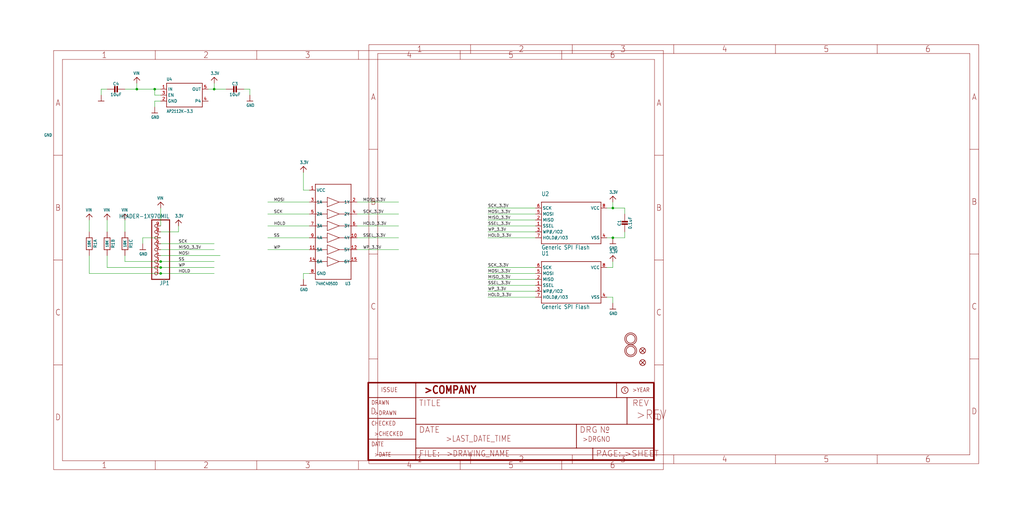
<source format=kicad_sch>
(kicad_sch (version 20211123) (generator eeschema)
  (paper "User" 437.134 220.421)
  (lib_symbols
    (symbol "schematicEagle-eagle-import:3.3V" (power)
      (property "Value" "3.3V" (at -1.524 1.016 0))
      (symbol "3.3V_1_0"
        (polyline (pts (xy -1.27 -1.27) (xy 0 0)) (stroke (width 0.254)))
        (polyline (pts (xy 0 0) (xy 1.27 -1.27)) (stroke (width 0.254)))
        (pin power_in line (at 0 -2.54 90) (length 2.54) (name "3.3V") (number "1"))
      )
    )
    (symbol "schematicEagle-eagle-import:74HC4050DTSSOP"
      (property "Reference" "U" (at -7.62 22.86 0))
      (property "Value" "74HC4050DTSSOP" (at -7.62 -22.86 0))
      (symbol "74HC4050DTSSOP_1_0"
        (polyline (pts (xy -7.62 -20.32) (xy -7.62 20.32)) (stroke (width 0.254)))
        (polyline (pts (xy -7.62 -12.7) (xy -2.54 -12.7)) (stroke (width 0.2032)))
        (polyline (pts (xy -7.62 -7.62) (xy -2.54 -7.62)) (stroke (width 0.2032)))
        (polyline (pts (xy -7.62 -2.54) (xy -2.54 -2.54)) (stroke (width 0.2032)))
        (polyline (pts (xy -7.62 2.54) (xy -2.54 2.54)) (stroke (width 0.2032)))
        (polyline (pts (xy -7.62 7.62) (xy -2.54 7.62)) (stroke (width 0.2032)))
        (polyline (pts (xy -7.62 12.7) (xy -2.54 12.7)) (stroke (width 0.2032)))
        (polyline (pts (xy -7.62 20.32) (xy 7.62 20.32)) (stroke (width 0.254)))
        (polyline (pts (xy -2.54 -14.732) (xy -2.54 -12.7)) (stroke (width 0.2032)))
        (polyline (pts (xy -2.54 -14.732) (xy 2.54 -12.7)) (stroke (width 0.2032)))
        (polyline (pts (xy -2.54 -12.7) (xy -2.54 -10.668)) (stroke (width 0.2032)))
        (polyline (pts (xy -2.54 -9.652) (xy -2.54 -7.62)) (stroke (width 0.2032)))
        (polyline (pts (xy -2.54 -9.652) (xy 2.54 -7.62)) (stroke (width 0.2032)))
        (polyline (pts (xy -2.54 -7.62) (xy -2.54 -5.588)) (stroke (width 0.2032)))
        (polyline (pts (xy -2.54 -4.572) (xy -2.54 -2.54)) (stroke (width 0.2032)))
        (polyline (pts (xy -2.54 -4.572) (xy 2.54 -2.54)) (stroke (width 0.2032)))
        (polyline (pts (xy -2.54 -2.54) (xy -2.54 -0.508)) (stroke (width 0.2032)))
        (polyline (pts (xy -2.54 0.508) (xy -2.54 2.54)) (stroke (width 0.2032)))
        (polyline (pts (xy -2.54 0.508) (xy 2.54 2.54)) (stroke (width 0.2032)))
        (polyline (pts (xy -2.54 2.54) (xy -2.54 4.572)) (stroke (width 0.2032)))
        (polyline (pts (xy -2.54 5.588) (xy -2.54 7.62)) (stroke (width 0.2032)))
        (polyline (pts (xy -2.54 5.588) (xy 2.54 7.62)) (stroke (width 0.2032)))
        (polyline (pts (xy -2.54 7.62) (xy -2.54 9.652)) (stroke (width 0.2032)))
        (polyline (pts (xy -2.54 10.668) (xy -2.54 12.7)) (stroke (width 0.2032)))
        (polyline (pts (xy -2.54 10.668) (xy 2.54 12.7)) (stroke (width 0.2032)))
        (polyline (pts (xy -2.54 12.7) (xy -2.54 14.732)) (stroke (width 0.2032)))
        (polyline (pts (xy 2.54 -12.7) (xy -2.54 -10.668)) (stroke (width 0.2032)))
        (polyline (pts (xy 2.54 -12.7) (xy 7.62 -12.7)) (stroke (width 0.2032)))
        (polyline (pts (xy 2.54 -7.62) (xy -2.54 -5.588)) (stroke (width 0.2032)))
        (polyline (pts (xy 2.54 -7.62) (xy 7.62 -7.62)) (stroke (width 0.2032)))
        (polyline (pts (xy 2.54 -2.54) (xy -2.54 -0.508)) (stroke (width 0.2032)))
        (polyline (pts (xy 2.54 -2.54) (xy 7.62 -2.54)) (stroke (width 0.2032)))
        (polyline (pts (xy 2.54 2.54) (xy -2.54 4.572)) (stroke (width 0.2032)))
        (polyline (pts (xy 2.54 2.54) (xy 7.62 2.54)) (stroke (width 0.2032)))
        (polyline (pts (xy 2.54 7.62) (xy -2.54 9.652)) (stroke (width 0.2032)))
        (polyline (pts (xy 2.54 7.62) (xy 7.62 7.62)) (stroke (width 0.2032)))
        (polyline (pts (xy 2.54 12.7) (xy -2.54 14.732)) (stroke (width 0.2032)))
        (polyline (pts (xy 2.54 12.7) (xy 7.62 12.7)) (stroke (width 0.2032)))
        (polyline (pts (xy 7.62 -20.32) (xy -7.62 -20.32)) (stroke (width 0.254)))
        (polyline (pts (xy 7.62 12.7) (xy 7.62 -20.32)) (stroke (width 0.254)))
        (polyline (pts (xy 7.62 20.32) (xy 7.62 12.7)) (stroke (width 0.254)))
        (pin bidirectional line (at -10.16 17.78 0) (length 2.54) (name "VCC") (number "1"))
        (pin bidirectional line (at 10.16 -2.54 180) (length 2.54) (name "4Y") (number "10"))
        (pin bidirectional line (at -10.16 -7.62 0) (length 2.54) (name "5A") (number "11"))
        (pin bidirectional line (at 10.16 -7.62 180) (length 2.54) (name "5Y") (number "12"))
        (pin bidirectional line (at -10.16 -12.7 0) (length 2.54) (name "6A") (number "14"))
        (pin bidirectional line (at 10.16 -12.7 180) (length 2.54) (name "6Y") (number "15"))
        (pin bidirectional line (at 10.16 12.7 180) (length 2.54) (name "1Y") (number "2"))
        (pin bidirectional line (at -10.16 12.7 0) (length 2.54) (name "1A") (number "3"))
        (pin bidirectional line (at 10.16 7.62 180) (length 2.54) (name "2Y") (number "4"))
        (pin bidirectional line (at -10.16 7.62 0) (length 2.54) (name "2A") (number "5"))
        (pin bidirectional line (at 10.16 2.54 180) (length 2.54) (name "3Y") (number "6"))
        (pin bidirectional line (at -10.16 2.54 0) (length 2.54) (name "3A") (number "7"))
        (pin bidirectional line (at -10.16 -17.78 0) (length 2.54) (name "GND") (number "8"))
        (pin bidirectional line (at -10.16 -2.54 0) (length 2.54) (name "4A") (number "9"))
      )
    )
    (symbol "schematicEagle-eagle-import:CAP_CERAMIC0603_NO"
      (property "Reference" "C" (at -2.29 1.25 90))
      (property "Value" "CAP_CERAMIC0603_NO" (at 2.3 1.25 90))
      (symbol "CAP_CERAMIC0603_NO_1_0"
        (rectangle (start -1.27 0.508) (end 1.27 1.016) (fill (type outline)))
        (rectangle (start -1.27 1.524) (end 1.27 2.032) (fill (type outline)))
        (polyline (pts (xy 0 0.762) (xy 0 0)) (stroke (width 0.1524)))
        (polyline (pts (xy 0 2.54) (xy 0 1.778)) (stroke (width 0.1524)))
        (pin passive line (at 0 5.08 270) (length 2.54) (name "1") (number "1"))
        (pin passive line (at 0 -2.54 90) (length 2.54) (name "2") (number "2"))
      )
    )
    (symbol "schematicEagle-eagle-import:CAP_CERAMIC0805-NOOUTLINE"
      (property "Reference" "C" (at -2.29 1.25 90))
      (property "Value" "CAP_CERAMIC0805-NOOUTLINE" (at 2.3 1.25 90))
      (symbol "CAP_CERAMIC0805-NOOUTLINE_1_0"
        (rectangle (start -1.27 0.508) (end 1.27 1.016) (fill (type outline)))
        (rectangle (start -1.27 1.524) (end 1.27 2.032) (fill (type outline)))
        (polyline (pts (xy 0 0.762) (xy 0 0)) (stroke (width 0.1524)))
        (polyline (pts (xy 0 2.54) (xy 0 1.778)) (stroke (width 0.1524)))
        (pin passive line (at 0 5.08 270) (length 2.54) (name "1") (number "1"))
        (pin passive line (at 0 -2.54 90) (length 2.54) (name "2") (number "2"))
      )
    )
    (symbol "schematicEagle-eagle-import:FIDUCIAL_1MM"
      (symbol "FIDUCIAL_1MM_1_0"
        (polyline (pts (xy -0.762 0.762) (xy 0.762 -0.762)) (stroke (width 0.254)))
        (polyline (pts (xy 0.762 0.762) (xy -0.762 -0.762)) (stroke (width 0.254)))
        (circle (center 0 0) (radius 1.27) (stroke (width 0.254)))
      )
    )
    (symbol "schematicEagle-eagle-import:FRAME_A4"
      (symbol "FRAME_A4_0_0"
        (polyline (pts (xy 0 44.7675) (xy 3.81 44.7675)))
        (polyline (pts (xy 0 89.535) (xy 3.81 89.535)))
        (polyline (pts (xy 0 134.3025) (xy 3.81 134.3025)))
        (polyline (pts (xy 3.81 3.81) (xy 3.81 175.26)))
        (polyline (pts (xy 43.3917 0) (xy 43.3917 3.81)))
        (polyline (pts (xy 43.3917 175.26) (xy 43.3917 179.07)))
        (polyline (pts (xy 86.7833 0) (xy 86.7833 3.81)))
        (polyline (pts (xy 86.7833 175.26) (xy 86.7833 179.07)))
        (polyline (pts (xy 130.175 0) (xy 130.175 3.81)))
        (polyline (pts (xy 130.175 175.26) (xy 130.175 179.07)))
        (polyline (pts (xy 173.5667 0) (xy 173.5667 3.81)))
        (polyline (pts (xy 173.5667 175.26) (xy 173.5667 179.07)))
        (polyline (pts (xy 216.9583 0) (xy 216.9583 3.81)))
        (polyline (pts (xy 216.9583 175.26) (xy 216.9583 179.07)))
        (polyline (pts (xy 256.54 3.81) (xy 3.81 3.81)))
        (polyline (pts (xy 256.54 3.81) (xy 256.54 175.26)))
        (polyline (pts (xy 256.54 44.7675) (xy 260.35 44.7675)))
        (polyline (pts (xy 256.54 89.535) (xy 260.35 89.535)))
        (polyline (pts (xy 256.54 134.3025) (xy 260.35 134.3025)))
        (polyline (pts (xy 256.54 175.26) (xy 3.81 175.26)))
        (polyline (pts (xy 0 0) (xy 260.35 0) (xy 260.35 179.07) (xy 0 179.07) (xy 0 0)))
        (text "1" (at 21.6958 1.905 0) (effects (font (size 2.54 2.286))))
        (text "1" (at 21.6958 177.165 0) (effects (font (size 2.54 2.286))))
        (text "2" (at 65.0875 1.905 0) (effects (font (size 2.54 2.286))))
        (text "2" (at 65.0875 177.165 0) (effects (font (size 2.54 2.286))))
        (text "3" (at 108.4792 1.905 0) (effects (font (size 2.54 2.286))))
        (text "3" (at 108.4792 177.165 0) (effects (font (size 2.54 2.286))))
        (text "4" (at 151.8708 1.905 0) (effects (font (size 2.54 2.286))))
        (text "4" (at 151.8708 177.165 0) (effects (font (size 2.54 2.286))))
        (text "5" (at 195.2625 1.905 0) (effects (font (size 2.54 2.286))))
        (text "5" (at 195.2625 177.165 0) (effects (font (size 2.54 2.286))))
        (text "6" (at 238.6542 1.905 0) (effects (font (size 2.54 2.286))))
        (text "6" (at 238.6542 177.165 0) (effects (font (size 2.54 2.286))))
        (text "A" (at 1.905 156.6863 0) (effects (font (size 2.54 2.286))))
        (text "A" (at 258.445 156.6863 0) (effects (font (size 2.54 2.286))))
        (text "B" (at 1.905 111.9188 0) (effects (font (size 2.54 2.286))))
        (text "B" (at 258.445 111.9188 0) (effects (font (size 2.54 2.286))))
        (text "C" (at 1.905 67.1513 0) (effects (font (size 2.54 2.286))))
        (text "C" (at 258.445 67.1513 0) (effects (font (size 2.54 2.286))))
        (text "D" (at 1.905 22.3838 0) (effects (font (size 2.54 2.286))))
        (text "D" (at 258.445 22.3838 0) (effects (font (size 2.54 2.286))))
      )
      (symbol "FRAME_A4_1_0"
        (polyline (pts (xy 256.54 3.81) (xy 256.54 8.89)) (stroke (width 0.1016)))
        (polyline (pts (xy 256.54 8.89) (xy 256.54 13.97)) (stroke (width 0.1016)))
        (polyline (pts (xy 256.54 13.97) (xy 256.54 19.05)) (stroke (width 0.1016)))
        (polyline (pts (xy 256.54 19.05) (xy 256.54 36.83)) (stroke (width 0.1016)))
      )
      (symbol "FRAME_A4_2_0"
        (polyline (pts (xy -0.3048 1.5748) (xy 20.0152 1.5748)) (stroke (width 0.6096)))
        (polyline (pts (xy -0.3048 10.4648) (xy -0.3048 1.5748)) (stroke (width 0.6096)))
        (polyline (pts (xy -0.3048 10.4648) (xy 20.0152 10.4648)) (stroke (width 0.3048)))
        (polyline (pts (xy -0.3048 19.3548) (xy -0.3048 10.4648)) (stroke (width 0.6096)))
        (polyline (pts (xy -0.3048 19.3548) (xy 20.0152 19.3548)) (stroke (width 0.3048)))
        (polyline (pts (xy -0.3048 28.2448) (xy -0.3048 19.3548)) (stroke (width 0.6096)))
        (polyline (pts (xy -0.3048 28.2448) (xy 20.0152 28.2448)) (stroke (width 0.3048)))
        (polyline (pts (xy -0.3048 34.5948) (xy -0.3048 28.2448)) (stroke (width 0.6096)))
        (polyline (pts (xy 20.0152 1.5748) (xy 20.0152 6.6548)) (stroke (width 0.3048)))
        (polyline (pts (xy 20.0152 1.5748) (xy 95.5802 1.5748)) (stroke (width 0.6096)))
        (polyline (pts (xy 20.0152 6.6548) (xy 20.0152 10.4648)) (stroke (width 0.3048)))
        (polyline (pts (xy 20.0152 6.6548) (xy 88.5952 6.6548)) (stroke (width 0.3048)))
        (polyline (pts (xy 20.0152 10.4648) (xy 20.0152 16.8148)) (stroke (width 0.3048)))
        (polyline (pts (xy 20.0152 16.8148) (xy 20.0152 19.3548)) (stroke (width 0.3048)))
        (polyline (pts (xy 20.0152 19.3548) (xy 20.0152 28.2448)) (stroke (width 0.3048)))
        (polyline (pts (xy 20.0152 28.2448) (xy 20.0152 34.5948)) (stroke (width 0.3048)))
        (polyline (pts (xy 20.0152 28.2448) (xy 105.7402 28.2448)) (stroke (width 0.3048)))
        (polyline (pts (xy 20.0152 34.5948) (xy -0.3048 34.5948)) (stroke (width 0.6096)))
        (polyline (pts (xy 88.5952 6.6548) (xy 95.5802 6.6548)) (stroke (width 0.3048)))
        (polyline (pts (xy 88.5952 16.8148) (xy 20.0152 16.8148)) (stroke (width 0.3048)))
        (polyline (pts (xy 88.5952 16.8148) (xy 88.5952 6.6548)) (stroke (width 0.3048)))
        (polyline (pts (xy 95.5802 1.5748) (xy 121.6152 1.5748)) (stroke (width 0.6096)))
        (polyline (pts (xy 95.5802 6.6548) (xy 95.5802 1.5748)) (stroke (width 0.3048)))
        (polyline (pts (xy 95.5802 6.6548) (xy 121.6152 6.6548)) (stroke (width 0.3048)))
        (polyline (pts (xy 101.2952 13.3223) (xy 102.2477 13.3223)) (stroke (width 0.254)))
        (polyline (pts (xy 105.7402 28.2448) (xy 105.7402 34.5948)) (stroke (width 0.3048)))
        (polyline (pts (xy 105.7402 28.2448) (xy 110.1852 28.2448)) (stroke (width 0.3048)))
        (polyline (pts (xy 105.7402 34.5948) (xy 20.0152 34.5948)) (stroke (width 0.6096)))
        (polyline (pts (xy 110.1852 16.8148) (xy 88.5952 16.8148)) (stroke (width 0.3048)))
        (polyline (pts (xy 110.1852 28.2448) (xy 110.1852 16.8148)) (stroke (width 0.3048)))
        (polyline (pts (xy 110.1852 28.2448) (xy 121.6152 28.2448)) (stroke (width 0.3048)))
        (polyline (pts (xy 121.6152 6.6548) (xy 121.6152 1.5748)) (stroke (width 0.6096)))
        (polyline (pts (xy 121.6152 16.8148) (xy 110.1852 16.8148)) (stroke (width 0.3048)))
        (polyline (pts (xy 121.6152 16.8148) (xy 121.6152 6.6548)) (stroke (width 0.6096)))
        (polyline (pts (xy 121.6152 28.2448) (xy 121.6152 16.8148)) (stroke (width 0.6096)))
        (polyline (pts (xy 121.6152 34.5948) (xy 105.7402 34.5948)) (stroke (width 0.6096)))
        (polyline (pts (xy 121.6152 34.5948) (xy 121.6152 28.2448)) (stroke (width 0.6096)))
        (circle (center 109.2327 31.4198) (radius 1.4199) (stroke (width 0.254)))
        (text ">CHECKED" (at 2.2352 11.7348 0) (effects (font (size 1.778 1.5113)) (justify left bottom)))
        (text ">COMPANY" (at 23.349 29.6735 0) (effects (font (size 3.175 2.6987) (thickness 0.5397) bold) (justify left bottom)))
        (text ">DATE" (at 2.2352 2.8448 0) (effects (font (size 1.778 1.5113)) (justify left bottom)))
        (text ">DRAWING_NAME" (at 33.0327 2.8448 0) (effects (font (size 2.54 2.159)) (justify left bottom)))
        (text ">DRAWN" (at 2.2352 20.6248 0) (effects (font (size 1.778 1.5113)) (justify left bottom)))
        (text ">DRGNO" (at 91.1352 9.1948 0) (effects (font (size 2.1844 1.8567)) (justify left bottom)))
        (text ">LAST_DATE_TIME" (at 32.7152 9.1948 0) (effects (font (size 2.54 2.159)) (justify left bottom)))
        (text ">REV" (at 113.9952 18.7198 0) (effects (font (size 3.81 3.2385)) (justify left bottom)))
        (text ">SHEET" (at 108.9152 2.8448 0) (effects (font (size 2.54 2.54)) (justify left bottom)))
        (text ">YEAR" (at 112.4077 30.4673 0) (effects (font (size 1.778 1.5113)) (justify left bottom)))
        (text "C" (at 108.7564 30.7848 0) (effects (font (size 1.27 1.0795)) (justify left bottom)))
        (text "CHECKED" (at 0.9652 16.1798 0) (effects (font (size 1.778 1.5113)) (justify left bottom)))
        (text "DATE" (at 0.9652 7.2898 0) (effects (font (size 1.778 1.5113)) (justify left bottom)))
        (text "DATE" (at 21.2852 13.0048 0) (effects (font (size 2.54 2.54)) (justify left bottom)))
        (text "DRAWN" (at 0.9652 25.0698 0) (effects (font (size 1.778 1.5113)) (justify left bottom)))
        (text "DRG" (at 89.8652 13.0048 0) (effects (font (size 2.54 2.54)) (justify left bottom)))
        (text "FILE:" (at 21.2852 2.8448 0) (effects (font (size 2.54 2.54)) (justify left bottom)))
        (text "ISSUE" (at 5.0927 30.4673 0) (effects (font (size 1.9304 1.6408)) (justify left bottom)))
        (text "N" (at 98.4377 13.0048 0) (effects (font (size 2.54 2.54)) (justify left bottom)))
        (text "o" (at 100.9777 13.9573 0) (effects (font (size 2.1844 1.8567)) (justify left bottom)))
        (text "PAGE:" (at 96.8502 2.8448 0) (effects (font (size 2.54 2.54)) (justify left bottom)))
        (text "REV" (at 112.4077 24.4348 0) (effects (font (size 2.54 2.54)) (justify left bottom)))
        (text "TITLE" (at 21.2852 24.4348 0) (effects (font (size 2.54 2.54)) (justify left bottom)))
      )
    )
    (symbol "schematicEagle-eagle-import:GND" (power)
      (property "Value" "GND" (at -1.524 -2.54 0))
      (symbol "GND_1_0"
        (polyline (pts (xy -1.27 0) (xy 1.27 0)) (stroke (width 0.254)))
        (pin power_in line (at 0 2.54 270) (length 2.54) (name "GND") (number "1"))
      )
    )
    (symbol "schematicEagle-eagle-import:HEADER-1X970MIL"
      (property "Reference" "JP" (at -6.35 13.335 0))
      (property "Value" "HEADER-1X970MIL" (at -6.35 -15.24 0))
      (symbol "HEADER-1X970MIL_1_0"
        (polyline (pts (xy -6.35 -12.7) (xy 1.27 -12.7)) (stroke (width 0.4064)))
        (polyline (pts (xy -6.35 12.7) (xy -6.35 -12.7)) (stroke (width 0.4064)))
        (polyline (pts (xy 1.27 -12.7) (xy 1.27 12.7)) (stroke (width 0.4064)))
        (polyline (pts (xy 1.27 12.7) (xy -6.35 12.7)) (stroke (width 0.4064)))
        (pin passive inverted (at -2.54 10.16 0) (length 2.54) (name "1") (number "1"))
        (pin passive inverted (at -2.54 7.62 0) (length 2.54) (name "2") (number "2"))
        (pin passive inverted (at -2.54 5.08 0) (length 2.54) (name "3") (number "3"))
        (pin passive inverted (at -2.54 2.54 0) (length 2.54) (name "4") (number "4"))
        (pin passive inverted (at -2.54 0 0) (length 2.54) (name "5") (number "5"))
        (pin passive inverted (at -2.54 -2.54 0) (length 2.54) (name "6") (number "6"))
        (pin passive inverted (at -2.54 -5.08 0) (length 2.54) (name "7") (number "7"))
        (pin passive inverted (at -2.54 -7.62 0) (length 2.54) (name "8") (number "8"))
        (pin passive inverted (at -2.54 -10.16 0) (length 2.54) (name "9") (number "9"))
      )
    )
    (symbol "schematicEagle-eagle-import:MOUNTINGHOLE2.5"
      (symbol "MOUNTINGHOLE2.5_1_0"
        (circle (center 0 0) (radius 1.905) (stroke (width 0.254)))
        (circle (center 0 0) (radius 2.54) (stroke (width 0.254)))
      )
    )
    (symbol "schematicEagle-eagle-import:RESISTOR_4PACK"
      (property "Reference" "R" (at 0 2.54 0))
      (property "Value" "RESISTOR_4PACK" (at 0 0 0))
      (symbol "RESISTOR_4PACK_1_0"
        (polyline (pts (xy -2.54 -1.27) (xy -2.54 1.27)) (stroke (width 0.254)))
        (polyline (pts (xy -2.54 1.27) (xy 2.54 1.27)) (stroke (width 0.254)))
        (polyline (pts (xy 2.54 -1.27) (xy -2.54 -1.27)) (stroke (width 0.254)))
        (polyline (pts (xy 2.54 1.27) (xy 2.54 -1.27)) (stroke (width 0.254)))
        (pin passive line (at -5.08 0 0) (length 2.54) (name "1") (number "1"))
        (pin passive line (at 5.08 0 180) (length 2.54) (name "2") (number "8"))
      )
      (symbol "RESISTOR_4PACK_2_0"
        (polyline (pts (xy -2.54 -1.27) (xy -2.54 1.27)) (stroke (width 0.254)))
        (polyline (pts (xy -2.54 1.27) (xy 2.54 1.27)) (stroke (width 0.254)))
        (polyline (pts (xy 2.54 -1.27) (xy -2.54 -1.27)) (stroke (width 0.254)))
        (polyline (pts (xy 2.54 1.27) (xy 2.54 -1.27)) (stroke (width 0.254)))
        (pin passive line (at -5.08 0 0) (length 2.54) (name "1") (number "2"))
        (pin passive line (at 5.08 0 180) (length 2.54) (name "2") (number "7"))
      )
      (symbol "RESISTOR_4PACK_3_0"
        (polyline (pts (xy -2.54 -1.27) (xy -2.54 1.27)) (stroke (width 0.254)))
        (polyline (pts (xy -2.54 1.27) (xy 2.54 1.27)) (stroke (width 0.254)))
        (polyline (pts (xy 2.54 -1.27) (xy -2.54 -1.27)) (stroke (width 0.254)))
        (polyline (pts (xy 2.54 1.27) (xy 2.54 -1.27)) (stroke (width 0.254)))
        (pin passive line (at -5.08 0 0) (length 2.54) (name "1") (number "3"))
        (pin passive line (at 5.08 0 180) (length 2.54) (name "2") (number "6"))
      )
      (symbol "RESISTOR_4PACK_4_0"
        (polyline (pts (xy -2.54 -1.27) (xy -2.54 1.27)) (stroke (width 0.254)))
        (polyline (pts (xy -2.54 1.27) (xy 2.54 1.27)) (stroke (width 0.254)))
        (polyline (pts (xy 2.54 -1.27) (xy -2.54 -1.27)) (stroke (width 0.254)))
        (polyline (pts (xy 2.54 1.27) (xy 2.54 -1.27)) (stroke (width 0.254)))
        (pin passive line (at -5.08 0 0) (length 2.54) (name "1") (number "4"))
        (pin passive line (at 5.08 0 180) (length 2.54) (name "2") (number "5"))
      )
    )
    (symbol "schematicEagle-eagle-import:SPIFLASH_8PIN208MIL"
      (property "Reference" "U" (at -12.7 12.7 0))
      (property "Value" "SPIFLASH_8PIN208MIL" (at -12.7 -10.16 0))
      (symbol "SPIFLASH_8PIN208MIL_1_0"
        (polyline (pts (xy -12.7 -7.62) (xy -12.7 10.16)) (stroke (width 0.254)))
        (polyline (pts (xy -12.7 10.16) (xy 12.7 10.16)) (stroke (width 0.254)))
        (polyline (pts (xy 12.7 -7.62) (xy -12.7 -7.62)) (stroke (width 0.254)))
        (polyline (pts (xy 12.7 10.16) (xy 12.7 -7.62)) (stroke (width 0.254)))
        (pin bidirectional line (at -15.24 0 0) (length 2.54) (name "SSEL") (number "1"))
        (pin bidirectional line (at -15.24 2.54 0) (length 2.54) (name "MISO") (number "2"))
        (pin bidirectional line (at -15.24 -2.54 0) (length 2.54) (name "WP#/IO2") (number "3"))
        (pin bidirectional line (at 15.24 -5.08 180) (length 2.54) (name "VSS") (number "4"))
        (pin bidirectional line (at -15.24 5.08 0) (length 2.54) (name "MOSI") (number "5"))
        (pin bidirectional line (at -15.24 7.62 0) (length 2.54) (name "SCK") (number "6"))
        (pin bidirectional line (at -15.24 -5.08 0) (length 2.54) (name "HOLD#/IO3") (number "7"))
        (pin bidirectional line (at 15.24 7.62 180) (length 2.54) (name "VCC") (number "8"))
      )
    )
    (symbol "schematicEagle-eagle-import:SPIFLASH_8PINUX"
      (property "Reference" "U" (at -12.7 12.7 0))
      (property "Value" "SPIFLASH_8PINUX" (at -12.7 -10.16 0))
      (symbol "SPIFLASH_8PINUX_1_0"
        (polyline (pts (xy -12.7 -7.62) (xy -12.7 10.16)) (stroke (width 0.254)))
        (polyline (pts (xy -12.7 10.16) (xy 12.7 10.16)) (stroke (width 0.254)))
        (polyline (pts (xy 12.7 -7.62) (xy -12.7 -7.62)) (stroke (width 0.254)))
        (polyline (pts (xy 12.7 10.16) (xy 12.7 -7.62)) (stroke (width 0.254)))
        (pin bidirectional line (at -15.24 0 0) (length 2.54) (name "SSEL") (number "1"))
        (pin bidirectional line (at -15.24 2.54 0) (length 2.54) (name "MISO") (number "2"))
        (pin bidirectional line (at -15.24 -2.54 0) (length 2.54) (name "WP#/IO2") (number "3"))
        (pin bidirectional line (at 15.24 -5.08 180) (length 2.54) (name "VSS") (number "4"))
        (pin bidirectional line (at -15.24 5.08 0) (length 2.54) (name "MOSI") (number "5"))
        (pin bidirectional line (at -15.24 7.62 0) (length 2.54) (name "SCK") (number "6"))
        (pin bidirectional line (at -15.24 -5.08 0) (length 2.54) (name "HOLD#/IO3") (number "7"))
        (pin bidirectional line (at 15.24 7.62 180) (length 2.54) (name "VCC") (number "8"))
      )
    )
    (symbol "schematicEagle-eagle-import:VIN" (power)
      (property "Value" "VIN" (at -1.524 1.016 0))
      (symbol "VIN_1_0"
        (polyline (pts (xy -1.27 -1.27) (xy 0 0)) (stroke (width 0.254)))
        (polyline (pts (xy 0 0) (xy 1.27 -1.27)) (stroke (width 0.254)))
        (pin power_in line (at 0 -2.54 90) (length 2.54) (name "VIN") (number "1"))
      )
    )
    (symbol "schematicEagle-eagle-import:VREG_SOT23-5"
      (property "Reference" "U" (at -7.62 6.096 0))
      (property "Value" "VREG_SOT23-5" (at -7.62 -7.62 0))
      (symbol "VREG_SOT23-5_1_0"
        (polyline (pts (xy -7.62 -5.08) (xy -7.62 5.08)) (stroke (width 0.254)))
        (polyline (pts (xy -7.62 5.08) (xy 7.62 5.08)) (stroke (width 0.254)))
        (polyline (pts (xy 7.62 -5.08) (xy -7.62 -5.08)) (stroke (width 0.254)))
        (polyline (pts (xy 7.62 5.08) (xy 7.62 -5.08)) (stroke (width 0.254)))
        (pin power_in line (at -10.16 2.54 0) (length 2.54) (name "IN") (number "1"))
        (pin power_in line (at -10.16 -2.54 0) (length 2.54) (name "GND") (number "2"))
        (pin input line (at -10.16 0 0) (length 2.54) (name "EN") (number "3"))
        (pin bidirectional line (at 10.16 -2.54 180) (length 2.54) (name "P4") (number "4"))
        (pin power_in line (at 10.16 2.54 180) (length 2.54) (name "OUT") (number "5"))
      )
    )
  )
  (junction (at 68.58 116.84))
  (junction (at 261.62 88.9))
  (junction (at 261.62 101.6))
  (junction (at 91.44 38.1))
  (junction (at 58.42 38.1))
  (junction (at 68.58 114.3))
  (junction (at 66.04 38.1))
  (junction (at 68.58 111.76))
  (wire (pts (xy 66.04 43.18) (xy 66.04 45.72)))
  (wire (pts (xy 259.08 88.9) (xy 261.62 88.9)))
  (wire (pts (xy 259.08 101.6) (xy 261.62 101.6)))
  (wire (pts (xy 132.08 86.36) (xy 114.3 86.36)))
  (wire (pts (xy 68.58 109.22) (xy 93.98 109.22)))
  (wire (pts (xy 68.58 43.18) (xy 66.04 43.18)))
  (wire (pts (xy 88.9 38.1) (xy 91.44 38.1)))
  (wire (pts (xy 259.08 114.3) (xy 261.62 114.3)))
  (wire (pts (xy 91.44 38.1) (xy 96.52 38.1)))
  (wire (pts (xy 261.62 88.9) (xy 266.7 88.9)))
  (wire (pts (xy 43.18 38.1) (xy 43.18 40.64)))
  (wire (pts (xy 53.34 99.06) (xy 53.34 93.98)))
  (wire (pts (xy 68.58 116.84) (xy 91.44 116.84)))
  (wire (pts (xy 129.54 81.28) (xy 129.54 73.66)))
  (wire (pts (xy 152.4 96.52) (xy 170.18 96.52)))
  (wire (pts (xy 68.58 99.06) (xy 76.2 99.06)))
  (wire (pts (xy 152.4 106.68) (xy 170.18 106.68)))
  (wire (pts (xy 68.58 40.64) (xy 66.04 40.64)))
  (wire (pts (xy 261.62 88.9) (xy 261.62 86.36)))
  (wire (pts (xy 132.08 91.44) (xy 114.3 91.44)))
  (wire (pts (xy 132.08 106.68) (xy 114.3 106.68)))
  (wire (pts (xy 68.58 38.1) (xy 66.04 38.1)))
  (wire (pts (xy 132.08 101.6) (xy 114.3 101.6)))
  (wire (pts (xy 228.6 101.6) (xy 208.28 101.6)))
  (wire (pts (xy 68.58 101.6) (xy 60.96 101.6)))
  (wire (pts (xy 68.58 88.9) (xy 68.58 96.52)))
  (wire (pts (xy 261.62 127) (xy 261.62 129.54)))
  (wire (pts (xy 66.04 38.1) (xy 58.42 38.1)))
  (wire (pts (xy 261.62 114.3) (xy 261.62 111.76)))
  (wire (pts (xy 228.6 127) (xy 208.28 127)))
  (wire (pts (xy 38.1 99.06) (xy 38.1 93.98)))
  (wire (pts (xy 208.28 91.44) (xy 228.6 91.44)))
  (wire (pts (xy 68.58 111.76) (xy 53.34 111.76)))
  (wire (pts (xy 68.58 111.76) (xy 91.44 111.76)))
  (wire (pts (xy 266.7 101.6) (xy 266.7 99.06)))
  (wire (pts (xy 228.6 114.3) (xy 208.28 114.3)))
  (wire (pts (xy 68.58 106.68) (xy 91.44 106.68)))
  (wire (pts (xy 76.2 99.06) (xy 76.2 96.52)))
  (wire (pts (xy 106.68 38.1) (xy 106.68 40.64)))
  (wire (pts (xy 152.4 86.36) (xy 170.18 86.36)))
  (wire (pts (xy 45.72 38.1) (xy 43.18 38.1)))
  (wire (pts (xy 228.6 119.38) (xy 208.28 119.38)))
  (wire (pts (xy 261.62 101.6) (xy 266.7 101.6)))
  (wire (pts (xy 58.42 38.1) (xy 58.42 35.56)))
  (wire (pts (xy 228.6 88.9) (xy 208.28 88.9)))
  (wire (pts (xy 45.72 114.3) (xy 68.58 114.3)))
  (wire (pts (xy 152.4 91.44) (xy 170.18 91.44)))
  (wire (pts (xy 152.4 101.6) (xy 170.18 101.6)))
  (wire (pts (xy 104.14 38.1) (xy 106.68 38.1)))
  (wire (pts (xy 45.72 109.22) (xy 45.72 114.3)))
  (wire (pts (xy 132.08 81.28) (xy 129.54 81.28)))
  (wire (pts (xy 208.28 124.46) (xy 228.6 124.46)))
  (wire (pts (xy 132.08 116.84) (xy 129.54 116.84)))
  (wire (pts (xy 266.7 88.9) (xy 266.7 91.44)))
  (wire (pts (xy 68.58 104.14) (xy 91.44 104.14)))
  (wire (pts (xy 53.34 111.76) (xy 53.34 109.22)))
  (wire (pts (xy 66.04 40.64) (xy 66.04 38.1)))
  (wire (pts (xy 129.54 116.84) (xy 129.54 119.38)))
  (wire (pts (xy 259.08 127) (xy 261.62 127)))
  (wire (pts (xy 228.6 93.98) (xy 208.28 93.98)))
  (wire (pts (xy 228.6 96.52) (xy 208.28 96.52)))
  (wire (pts (xy 91.44 114.3) (xy 68.58 114.3)))
  (wire (pts (xy 45.72 99.06) (xy 45.72 93.98)))
  (wire (pts (xy 60.96 101.6) (xy 60.96 104.14)))
  (wire (pts (xy 58.42 38.1) (xy 53.34 38.1)))
  (wire (pts (xy 91.44 38.1) (xy 91.44 35.56)))
  (wire (pts (xy 132.08 96.52) (xy 114.3 96.52)))
  (wire (pts (xy 38.1 109.22) (xy 38.1 116.84)))
  (wire (pts (xy 228.6 116.84) (xy 208.28 116.84)))
  (wire (pts (xy 208.28 99.06) (xy 228.6 99.06)))
  (wire (pts (xy 38.1 116.84) (xy 68.58 116.84)))
  (wire (pts (xy 228.6 121.92) (xy 208.28 121.92)))
  (label "WP" (at 116.84 106.68 0) (effects (font (size 1.2446 1.2446))))
  (label "HOLD" (at 76.2 116.84 0) (effects (font (size 1.2446 1.2446))))
  (label "SCK" (at 76.2 104.14 0) (effects (font (size 1.2446 1.2446))))
  (label "HOLD_3.3V" (at 208.28 127 0) (effects (font (size 1.2446 1.2446))))
  (label "SSEL_3.3V" (at 208.28 121.92 0) (effects (font (size 1.2446 1.2446))))
  (label "MOSI" (at 116.84 86.36 0) (effects (font (size 1.2446 1.2446))))
  (label "MOSI_3.3V" (at 208.28 116.84 0) (effects (font (size 1.2446 1.2446))))
  (label "HOLD" (at 116.84 96.52 0) (effects (font (size 1.2446 1.2446))))
  (label "MOSI_3.3V" (at 154.94 86.36 0) (effects (font (size 1.2446 1.2446))))
  (label "MISO_3.3V" (at 208.28 119.38 0) (effects (font (size 1.2446 1.2446))))
  (label "SS" (at 76.2 111.76 0) (effects (font (size 1.2446 1.2446))))
  (label "MOSI" (at 76.2 109.22 0) (effects (font (size 1.2446 1.2446))))
  (label "SSEL_3.3V" (at 208.28 96.52 0) (effects (font (size 1.2446 1.2446))))
  (label "SCK_3.3V" (at 208.28 88.9 0) (effects (font (size 1.2446 1.2446))))
  (label "SSEL_3.3V" (at 154.94 101.6 0) (effects (font (size 1.2446 1.2446))))
  (label "WP_3.3V" (at 154.94 106.68 0) (effects (font (size 1.2446 1.2446))))
  (label "SCK_3.3V" (at 208.28 114.3 0) (effects (font (size 1.2446 1.2446))))
  (label "MISO_3.3V" (at 208.28 93.98 0) (effects (font (size 1.2446 1.2446))))
  (label "MISO_3.3V" (at 76.2 106.68 0) (effects (font (size 1.2446 1.2446))))
  (label "MOSI_3.3V" (at 208.28 91.44 0) (effects (font (size 1.2446 1.2446))))
  (label "HOLD_3.3V" (at 154.94 96.52 0) (effects (font (size 1.2446 1.2446))))
  (label "WP_3.3V" (at 208.28 99.06 0) (effects (font (size 1.2446 1.2446))))
  (label "WP_3.3V" (at 208.28 124.46 0) (effects (font (size 1.2446 1.2446))))
  (label "SCK_3.3V" (at 154.94 91.44 0) (effects (font (size 1.2446 1.2446))))
  (label "WP" (at 76.2 114.3 0) (effects (font (size 1.2446 1.2446))))
  (label "HOLD_3.3V" (at 208.28 101.6 0) (effects (font (size 1.2446 1.2446))))
  (label "SS" (at 116.84 101.6 0) (effects (font (size 1.2446 1.2446))))
  (label "SCK" (at 116.84 91.44 0) (effects (font (size 1.2446 1.2446))))
  (symbol (lib_id "schematicEagle-eagle-import:3.3V") (at 261.62 109.22 0) (unit 1)
    (property "Reference" "#U$7" (effects hide))
    (property "Value" "3.3V" (at 260.096 108.204 0) (effects (font (size 1.27 1.0795)) (justify left bottom)))
    (property "Footprint" "schematicEagle:" (effects hide))
  )
  (symbol (lib_id "schematicEagle-eagle-import:RESISTOR_4PACK") (at 45.72 104.14 270) (unit 2)
    (property "Reference" "R1" (at 48.26 104.14 0))
    (property "Value" "10K" (at 45.72 104.14 0) (effects (font (size 1.016 1.016) bold)))
    (property "Footprint" "schematicEagle:RESPACK_4X0603" (effects hide))
  )
  (symbol (lib_id "schematicEagle-eagle-import:GND") (at 43.18 43.18 0) (unit 1)
    (property "Reference" "#U$11" (effects hide))
    (property "Value" "GND" (at 18.796 58.42 0) (effects (font (size 1.27 1.0795)) (justify left bottom)))
    (property "Footprint" "schematicEagle:" (effects hide))
  )
  (symbol (lib_id "schematicEagle-eagle-import:GND") (at 129.54 121.92 0) (unit 1)
    (property "Reference" "#U$3" (effects hide))
    (property "Value" "GND" (at 128.016 124.46 0) (effects (font (size 1.27 1.0795)) (justify left bottom)))
    (property "Footprint" "schematicEagle:" (effects hide))
  )
  (symbol (lib_id "schematicEagle-eagle-import:CAP_CERAMIC0805-NOOUTLINE") (at 99.06 38.1 270) (unit 1)
    (property "Reference" "C3" (at 100.31 35.81 90))
    (property "Value" "10uF" (at 100.31 40.4 90))
    (property "Footprint" "schematicEagle:0805-NO" (effects hide))
  )
  (symbol (lib_id "schematicEagle-eagle-import:CAP_CERAMIC0603_NO") (at 266.7 96.52 0) (unit 1)
    (property "Reference" "C1" (at 264.41 95.27 90))
    (property "Value" "0.1uF" (at 269 95.27 90))
    (property "Footprint" "schematicEagle:0603-NO" (effects hide))
  )
  (symbol (lib_id "schematicEagle-eagle-import:VIN") (at 68.58 86.36 0) (unit 1)
    (property "Reference" "#U$15" (effects hide))
    (property "Value" "VIN" (at 67.056 85.344 0) (effects (font (size 1.27 1.0795)) (justify left bottom)))
    (property "Footprint" "schematicEagle:" (effects hide))
  )
  (symbol (lib_id "schematicEagle-eagle-import:SPIFLASH_8PIN208MIL") (at 243.84 121.92 0) (unit 1)
    (property "Reference" "U1" (at 231.14 109.22 0) (effects (font (size 1.778 1.5113)) (justify left bottom)))
    (property "Value" "Generic SPI Flash" (at 231.14 132.08 0) (effects (font (size 1.778 1.5113)) (justify left bottom)))
    (property "Footprint" "schematicEagle:SOIC8_208MIL" (effects hide))
  )
  (symbol (lib_id "schematicEagle-eagle-import:3.3V") (at 76.2 93.98 0) (unit 1)
    (property "Reference" "#U$18" (effects hide))
    (property "Value" "3.3V" (at 74.676 92.964 0) (effects (font (size 1.27 1.0795)) (justify left bottom)))
    (property "Footprint" "schematicEagle:" (effects hide))
  )
  (symbol (lib_id "schematicEagle-eagle-import:FRAME_A4") (at 22.86 200.66 0) (unit 1)
    (property "Reference" "#FRAME1" (effects hide))
    (property "Value" "FRAME_A4" (effects hide))
    (property "Footprint" "schematicEagle:" (effects hide))
  )
  (symbol (lib_id "schematicEagle-eagle-import:VREG_SOT23-5") (at 78.74 40.64 0) (unit 1)
    (property "Reference" "U4" (at 71.12 34.544 0) (effects (font (size 1.27 1.0795)) (justify left bottom)))
    (property "Value" "AP2112K-3.3" (at 71.12 48.26 0) (effects (font (size 1.27 1.0795)) (justify left bottom)))
    (property "Footprint" "schematicEagle:SOT23-5" (effects hide))
  )
  (symbol (lib_id "schematicEagle-eagle-import:74HC4050DTSSOP") (at 142.24 99.06 0) (unit 1)
    (property "Reference" "U3" (at 147.32 121.92 0) (effects (font (size 1.27 1.0795)) (justify left bottom)))
    (property "Value" "74HC4050D" (at 134.62 121.92 0) (effects (font (size 1.27 1.0795)) (justify left bottom)))
    (property "Footprint" "schematicEagle:TSSOP16" (effects hide))
  )
  (symbol (lib_id "schematicEagle-eagle-import:FIDUCIAL_1MM") (at 274.32 154.94 0) (unit 1)
    (property "Reference" "FID2" (effects hide))
    (property "Value" "FIDUCIAL_1MM" (effects hide))
    (property "Footprint" "schematicEagle:FIDUCIAL_1MM" (effects hide))
  )
  (symbol (lib_id "schematicEagle-eagle-import:3.3V") (at 261.62 83.82 0) (unit 1)
    (property "Reference" "#U$6" (effects hide))
    (property "Value" "3.3V" (at 260.096 82.804 0) (effects (font (size 1.27 1.0795)) (justify left bottom)))
    (property "Footprint" "schematicEagle:" (effects hide))
  )
  (symbol (lib_id "schematicEagle-eagle-import:FRAME_A4") (at 157.48 198.12 0) (unit 2)
    (property "Reference" "#FRAME1" (effects hide))
    (property "Value" "FRAME_A4" (effects hide))
    (property "Footprint" "schematicEagle:" (effects hide))
  )
  (symbol (lib_id "schematicEagle-eagle-import:GND") (at 261.62 104.14 0) (unit 1)
    (property "Reference" "#U$9" (effects hide))
    (property "Value" "GND" (at 260.096 106.68 0) (effects (font (size 1.27 1.0795)) (justify left bottom)))
    (property "Footprint" "schematicEagle:" (effects hide))
  )
  (symbol (lib_id "schematicEagle-eagle-import:FIDUCIAL_1MM") (at 274.32 149.86 0) (unit 1)
    (property "Reference" "FID3" (effects hide))
    (property "Value" "FIDUCIAL_1MM" (effects hide))
    (property "Footprint" "schematicEagle:FIDUCIAL_1MM" (effects hide))
  )
  (symbol (lib_id "schematicEagle-eagle-import:GND") (at 261.62 132.08 0) (unit 1)
    (property "Reference" "#U$8" (effects hide))
    (property "Value" "GND" (at 260.096 134.62 0) (effects (font (size 1.27 1.0795)) (justify left bottom)))
    (property "Footprint" "schematicEagle:" (effects hide))
  )
  (symbol (lib_id "schematicEagle-eagle-import:RESISTOR_4PACK") (at 38.1 104.14 270) (unit 1)
    (property "Reference" "R1" (at 40.64 104.14 0))
    (property "Value" "10K" (at 38.1 104.14 0) (effects (font (size 1.016 1.016) bold)))
    (property "Footprint" "schematicEagle:RESPACK_4X0603" (effects hide))
  )
  (symbol (lib_id "schematicEagle-eagle-import:CAP_CERAMIC0805-NOOUTLINE") (at 48.26 38.1 270) (unit 1)
    (property "Reference" "C4" (at 49.51 35.81 90))
    (property "Value" "10uF" (at 49.51 40.4 90))
    (property "Footprint" "schematicEagle:0805-NO" (effects hide))
  )
  (symbol (lib_id "schematicEagle-eagle-import:VIN") (at 45.72 91.44 0) (unit 1)
    (property "Reference" "#U$12" (effects hide))
    (property "Value" "VIN" (at 44.196 90.424 0) (effects (font (size 1.27 1.0795)) (justify left bottom)))
    (property "Footprint" "schematicEagle:" (effects hide))
  )
  (symbol (lib_id "schematicEagle-eagle-import:VIN") (at 38.1 91.44 0) (unit 1)
    (property "Reference" "#U$13" (effects hide))
    (property "Value" "VIN" (at 36.576 90.424 0) (effects (font (size 1.27 1.0795)) (justify left bottom)))
    (property "Footprint" "schematicEagle:" (effects hide))
  )
  (symbol (lib_id "schematicEagle-eagle-import:MOUNTINGHOLE2.5") (at 269.24 149.86 0) (unit 1)
    (property "Reference" "U$16" (effects hide))
    (property "Value" "MOUNTINGHOLE2.5" (effects hide))
    (property "Footprint" "schematicEagle:MOUNTINGHOLE_2.5_PLATED" (effects hide))
  )
  (symbol (lib_id "schematicEagle-eagle-import:RESISTOR_4PACK") (at 53.34 104.14 270) (unit 3)
    (property "Reference" "R1" (at 55.88 104.14 0))
    (property "Value" "10K" (at 53.34 104.14 0) (effects (font (size 1.016 1.016) bold)))
    (property "Footprint" "schematicEagle:RESPACK_4X0603" (effects hide))
  )
  (symbol (lib_id "schematicEagle-eagle-import:GND") (at 66.04 48.26 0) (unit 1)
    (property "Reference" "#U$4" (effects hide))
    (property "Value" "GND" (at 64.516 50.8 0) (effects (font (size 1.27 1.0795)) (justify left bottom)))
    (property "Footprint" "schematicEagle:" (effects hide))
  )
  (symbol (lib_id "schematicEagle-eagle-import:VIN") (at 58.42 33.02 0) (unit 1)
    (property "Reference" "#U$2" (effects hide))
    (property "Value" "VIN" (at 56.896 32.004 0) (effects (font (size 1.27 1.0795)) (justify left bottom)))
    (property "Footprint" "schematicEagle:" (effects hide))
  )
  (symbol (lib_id "schematicEagle-eagle-import:3.3V") (at 129.54 71.12 0) (unit 1)
    (property "Reference" "#U$20" (effects hide))
    (property "Value" "3.3V" (at 128.016 70.104 0) (effects (font (size 1.27 1.0795)) (justify left bottom)))
    (property "Footprint" "schematicEagle:" (effects hide))
  )
  (symbol (lib_id "schematicEagle-eagle-import:GND") (at 60.96 106.68 0) (unit 1)
    (property "Reference" "#U$5" (effects hide))
    (property "Value" "GND" (at 59.436 109.22 0) (effects (font (size 1.27 1.0795)) (justify left bottom)))
    (property "Footprint" "schematicEagle:" (effects hide))
  )
  (symbol (lib_id "schematicEagle-eagle-import:HEADER-1X970MIL") (at 66.04 106.68 180) (unit 1)
    (property "Reference" "JP1" (at 72.39 120.015 0) (effects (font (size 1.778 1.5113)) (justify left bottom)))
    (property "Value" "HEADER-1X970MIL" (at 72.39 91.44 0) (effects (font (size 1.778 1.5113)) (justify left bottom)))
    (property "Footprint" "schematicEagle:1X09_ROUND_70" (effects hide))
  )
  (symbol (lib_id "schematicEagle-eagle-import:VIN") (at 53.34 91.44 0) (unit 1)
    (property "Reference" "#U$14" (effects hide))
    (property "Value" "VIN" (at 51.816 90.424 0) (effects (font (size 1.27 1.0795)) (justify left bottom)))
    (property "Footprint" "schematicEagle:" (effects hide))
  )
  (symbol (lib_id "schematicEagle-eagle-import:3.3V") (at 91.44 33.02 0) (unit 1)
    (property "Reference" "#U$1" (effects hide))
    (property "Value" "3.3V" (at 89.916 32.004 0) (effects (font (size 1.27 1.0795)) (justify left bottom)))
    (property "Footprint" "schematicEagle:" (effects hide))
  )
  (symbol (lib_id "schematicEagle-eagle-import:GND") (at 106.68 43.18 0) (unit 1)
    (property "Reference" "#U$10" (effects hide))
    (property "Value" "GND" (at 105.156 45.72 0) (effects (font (size 1.27 1.0795)) (justify left bottom)))
    (property "Footprint" "schematicEagle:" (effects hide))
  )
  (symbol (lib_id "schematicEagle-eagle-import:SPIFLASH_8PINUX") (at 243.84 96.52 0) (unit 1)
    (property "Reference" "U2" (at 231.14 83.82 0) (effects (font (size 1.778 1.5113)) (justify left bottom)))
    (property "Value" "Generic SPI Flash" (at 231.14 106.68 0) (effects (font (size 1.778 1.5113)) (justify left bottom)))
    (property "Footprint" "schematicEagle:USON8" (effects hide))
  )
  (symbol (lib_id "schematicEagle-eagle-import:MOUNTINGHOLE2.5") (at 269.24 144.78 0) (unit 1)
    (property "Reference" "U$17" (effects hide))
    (property "Value" "MOUNTINGHOLE2.5" (effects hide))
    (property "Footprint" "schematicEagle:MOUNTINGHOLE_2.5_PLATED" (effects hide))
  )
)
</source>
